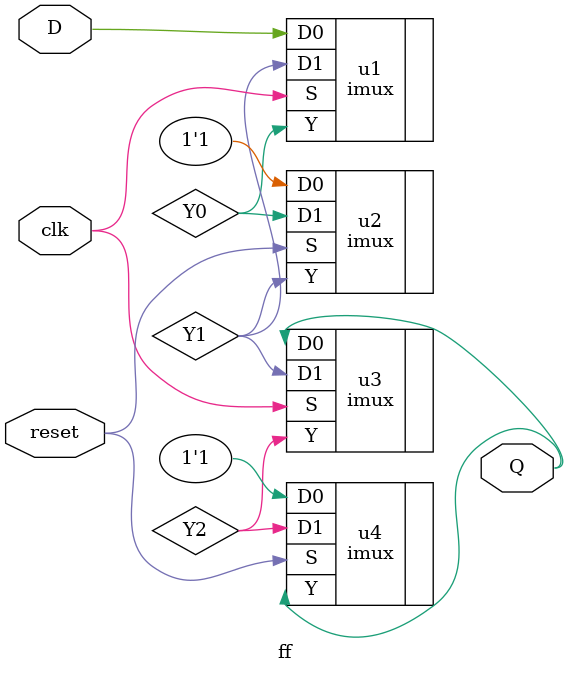
<source format=v>
`timescale 1ns/100ps

module ff (D, clk, reset, Q);
  input D;
  input clk;
  input reset;
  
  output Q;
  
  wire Y0, Y1, Y2; //output wires interconnecting u1-4
  
  imux u1 (.S(clk), .D0(D), .D1(Y1), .Y(Y0)); //D0=D; D1=Y1; S=C; Y=Y0
  imux u2 (.S(reset), .D0(1'b1), .D1(Y0), .Y(Y1)); //D0=1; D1=Y0; S=R; Y=Y1
  imux u3 (.S(clk), .D0(Q), .D1(Y1), .Y(Y2)); //D0=Q; D1=Y1; S=C; Y=Y2
  imux u4 (.S(reset), .D0(1'b1), .D1(Y2), .Y(Q)); //D0=1; D1=Y2; S=C; Y=Q

endmodule
  
</source>
